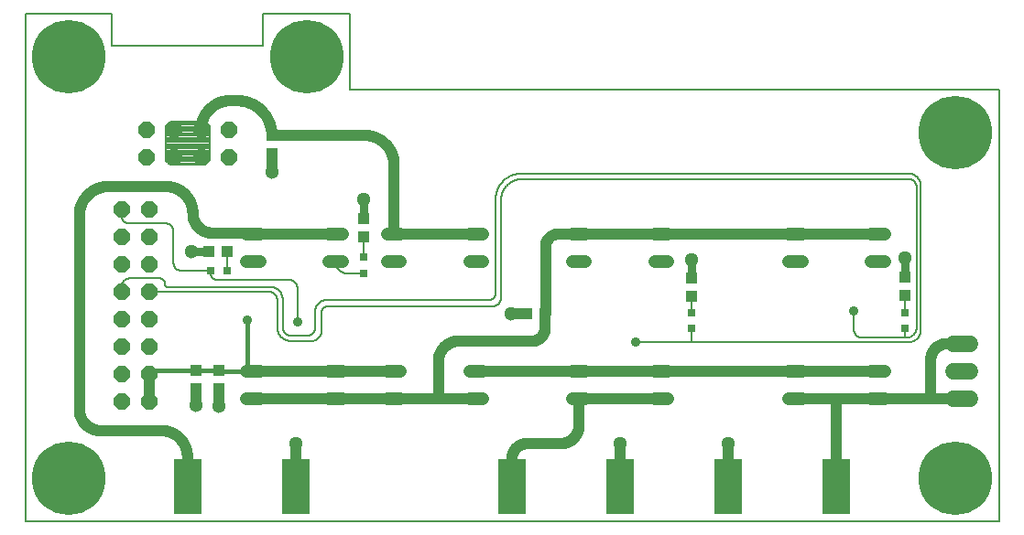
<source format=gtl>
G75*
%MOIN*%
%OFA0B0*%
%FSLAX25Y25*%
%IPPOS*%
%LPD*%
%AMOC8*
5,1,8,0,0,1.08239X$1,22.5*
%
%ADD10C,0.00591*%
%ADD11C,0.04800*%
%ADD12C,0.06000*%
%ADD13R,0.04331X0.03937*%
%ADD14R,0.03937X0.04331*%
%ADD15OC8,0.06000*%
%ADD16R,0.10000X0.20000*%
%ADD17R,0.03150X0.03150*%
%ADD18C,0.05118*%
%ADD19C,0.03937*%
%ADD20C,0.26772*%
%ADD21C,0.03150*%
%ADD22C,0.03543*%
%ADD23C,0.02362*%
%ADD24C,0.01575*%
%ADD25C,0.00787*%
D10*
X0001394Y0001394D02*
X0001394Y0186433D01*
X0032890Y0186433D01*
X0032890Y0174622D01*
X0088008Y0174622D01*
X0088008Y0186433D01*
X0119504Y0186433D01*
X0119504Y0158874D01*
X0355724Y0158874D01*
X0355724Y0001394D01*
X0001394Y0001394D01*
D11*
X0082025Y0046197D02*
X0086825Y0046197D01*
X0086825Y0056197D02*
X0082025Y0056197D01*
X0112025Y0056197D02*
X0116825Y0056197D01*
X0116825Y0046197D02*
X0112025Y0046197D01*
X0133206Y0046197D02*
X0138006Y0046197D01*
X0138006Y0056197D02*
X0133206Y0056197D01*
X0163206Y0056197D02*
X0168006Y0056197D01*
X0168006Y0046197D02*
X0163206Y0046197D01*
X0200529Y0046197D02*
X0205329Y0046197D01*
X0205329Y0056197D02*
X0200529Y0056197D01*
X0230529Y0056197D02*
X0235329Y0056197D01*
X0235329Y0046197D02*
X0230529Y0046197D01*
X0279269Y0046197D02*
X0284069Y0046197D01*
X0284069Y0056197D02*
X0279269Y0056197D01*
X0309269Y0056197D02*
X0314069Y0056197D01*
X0314069Y0046197D02*
X0309269Y0046197D01*
X0309269Y0096197D02*
X0314069Y0096197D01*
X0314069Y0106197D02*
X0309269Y0106197D01*
X0284069Y0106197D02*
X0279269Y0106197D01*
X0279269Y0096197D02*
X0284069Y0096197D01*
X0235329Y0096197D02*
X0230529Y0096197D01*
X0230529Y0106197D02*
X0235329Y0106197D01*
X0205329Y0106197D02*
X0200529Y0106197D01*
X0200529Y0096197D02*
X0205329Y0096197D01*
X0168006Y0096197D02*
X0163206Y0096197D01*
X0163206Y0106197D02*
X0168006Y0106197D01*
X0138006Y0106197D02*
X0133206Y0106197D01*
X0133206Y0096197D02*
X0138006Y0096197D01*
X0116825Y0096197D02*
X0112025Y0096197D01*
X0112025Y0106197D02*
X0116825Y0106197D01*
X0086825Y0106197D02*
X0082025Y0106197D01*
X0082025Y0096197D02*
X0086825Y0096197D01*
D12*
X0339063Y0066276D02*
X0345063Y0066276D01*
X0345063Y0056276D02*
X0339063Y0056276D01*
X0339063Y0046276D02*
X0345063Y0046276D01*
D13*
X0321472Y0083874D03*
X0321472Y0090567D03*
X0243913Y0090173D03*
X0243913Y0083480D03*
X0124622Y0105134D03*
X0124622Y0111827D03*
X0091157Y0135449D03*
X0091157Y0142142D03*
D14*
X0074819Y0099819D03*
X0068126Y0099819D03*
X0071866Y0056315D03*
X0071866Y0049622D03*
X0063598Y0049622D03*
X0063598Y0056315D03*
X0183874Y0076984D03*
X0190567Y0076984D03*
D15*
X0075449Y0134189D03*
X0065449Y0134189D03*
X0055449Y0134189D03*
X0045449Y0134189D03*
X0045449Y0144189D03*
X0055449Y0144189D03*
X0065449Y0144189D03*
X0075449Y0144189D03*
X0046551Y0115134D03*
X0036551Y0115134D03*
X0036551Y0105134D03*
X0046551Y0105134D03*
X0046551Y0095134D03*
X0036551Y0095134D03*
X0036551Y0085134D03*
X0046551Y0085134D03*
X0046551Y0075134D03*
X0036551Y0075134D03*
X0036551Y0065134D03*
X0046551Y0065134D03*
X0046551Y0055134D03*
X0036551Y0055134D03*
X0036551Y0045134D03*
X0046551Y0045134D03*
D16*
X0060449Y0013992D03*
X0099819Y0013992D03*
X0178559Y0013992D03*
X0217929Y0013992D03*
X0257299Y0013992D03*
X0296669Y0013992D03*
D17*
X0321472Y0071669D03*
X0321472Y0077575D03*
X0243913Y0077575D03*
X0243913Y0071669D03*
X0124622Y0091748D03*
X0124622Y0097654D03*
X0074819Y0092732D03*
X0068913Y0092732D03*
D18*
X0062024Y0099819D03*
X0091157Y0128953D03*
X0124622Y0118717D03*
X0178165Y0076984D03*
X0243913Y0096669D03*
X0321472Y0097457D03*
X0257299Y0029740D03*
X0217929Y0029740D03*
X0099819Y0029740D03*
X0071866Y0043520D03*
X0063598Y0043913D03*
D19*
X0063598Y0049622D01*
X0071866Y0049622D02*
X0071866Y0043520D01*
X0084425Y0046197D02*
X0114425Y0046197D01*
X0135606Y0046197D01*
X0150606Y0046197D01*
X0165606Y0046197D01*
X0151787Y0047378D02*
X0151787Y0059661D01*
X0151788Y0059661D02*
X0151790Y0059842D01*
X0151797Y0060022D01*
X0151808Y0060203D01*
X0151823Y0060383D01*
X0151843Y0060563D01*
X0151866Y0060742D01*
X0151895Y0060920D01*
X0151927Y0061098D01*
X0151964Y0061275D01*
X0152005Y0061451D01*
X0152051Y0061626D01*
X0152100Y0061800D01*
X0152154Y0061972D01*
X0152212Y0062144D01*
X0152274Y0062313D01*
X0152340Y0062482D01*
X0152410Y0062648D01*
X0152485Y0062813D01*
X0152563Y0062976D01*
X0152645Y0063137D01*
X0152731Y0063296D01*
X0152820Y0063453D01*
X0152914Y0063608D01*
X0153011Y0063760D01*
X0153112Y0063910D01*
X0153217Y0064058D01*
X0153325Y0064203D01*
X0153436Y0064345D01*
X0153551Y0064484D01*
X0153669Y0064621D01*
X0153791Y0064755D01*
X0153915Y0064886D01*
X0154043Y0065014D01*
X0154174Y0065138D01*
X0154308Y0065260D01*
X0154445Y0065378D01*
X0154584Y0065493D01*
X0154726Y0065604D01*
X0154871Y0065712D01*
X0155019Y0065817D01*
X0155169Y0065918D01*
X0155321Y0066015D01*
X0155476Y0066109D01*
X0155633Y0066198D01*
X0155792Y0066284D01*
X0155953Y0066366D01*
X0156116Y0066444D01*
X0156281Y0066519D01*
X0156447Y0066589D01*
X0156616Y0066655D01*
X0156785Y0066717D01*
X0156957Y0066775D01*
X0157129Y0066829D01*
X0157303Y0066878D01*
X0157478Y0066924D01*
X0157654Y0066965D01*
X0157831Y0067002D01*
X0158009Y0067034D01*
X0158187Y0067063D01*
X0158366Y0067086D01*
X0158546Y0067106D01*
X0158726Y0067121D01*
X0158907Y0067132D01*
X0159087Y0067139D01*
X0159268Y0067141D01*
X0159268Y0067142D02*
X0186039Y0067142D01*
X0186039Y0067141D02*
X0186171Y0067143D01*
X0186302Y0067149D01*
X0186434Y0067158D01*
X0186565Y0067172D01*
X0186695Y0067189D01*
X0186825Y0067210D01*
X0186955Y0067235D01*
X0187083Y0067263D01*
X0187211Y0067295D01*
X0187338Y0067331D01*
X0187463Y0067371D01*
X0187588Y0067414D01*
X0187711Y0067461D01*
X0187832Y0067511D01*
X0187953Y0067565D01*
X0188071Y0067623D01*
X0188188Y0067683D01*
X0188303Y0067748D01*
X0188416Y0067815D01*
X0188527Y0067886D01*
X0188636Y0067960D01*
X0188743Y0068037D01*
X0188847Y0068117D01*
X0188950Y0068200D01*
X0189049Y0068286D01*
X0189146Y0068375D01*
X0189241Y0068467D01*
X0189333Y0068562D01*
X0189422Y0068659D01*
X0189508Y0068758D01*
X0189591Y0068861D01*
X0189671Y0068965D01*
X0189748Y0069072D01*
X0189822Y0069181D01*
X0189893Y0069292D01*
X0189960Y0069405D01*
X0190025Y0069520D01*
X0190085Y0069637D01*
X0190143Y0069755D01*
X0190197Y0069876D01*
X0190247Y0069997D01*
X0190294Y0070120D01*
X0190337Y0070245D01*
X0190377Y0070370D01*
X0190413Y0070497D01*
X0190445Y0070625D01*
X0190473Y0070753D01*
X0190498Y0070883D01*
X0190519Y0071013D01*
X0190536Y0071143D01*
X0190550Y0071274D01*
X0190559Y0071406D01*
X0190565Y0071537D01*
X0190567Y0071669D01*
X0190567Y0076984D01*
X0190593Y0076986D01*
X0190618Y0076991D01*
X0190642Y0076999D01*
X0190666Y0077010D01*
X0190687Y0077025D01*
X0190706Y0077042D01*
X0190723Y0077061D01*
X0190738Y0077083D01*
X0190749Y0077106D01*
X0190757Y0077130D01*
X0190762Y0077155D01*
X0190764Y0077181D01*
X0190764Y0101394D01*
X0190766Y0101529D01*
X0190772Y0101664D01*
X0190781Y0101798D01*
X0190795Y0101932D01*
X0190812Y0102066D01*
X0190833Y0102200D01*
X0190858Y0102332D01*
X0190887Y0102464D01*
X0190919Y0102595D01*
X0190955Y0102725D01*
X0190995Y0102854D01*
X0191039Y0102981D01*
X0191086Y0103108D01*
X0191137Y0103233D01*
X0191191Y0103356D01*
X0191249Y0103478D01*
X0191310Y0103599D01*
X0191375Y0103717D01*
X0191443Y0103833D01*
X0191514Y0103948D01*
X0191588Y0104060D01*
X0191666Y0104171D01*
X0191747Y0104279D01*
X0191831Y0104384D01*
X0191918Y0104488D01*
X0192008Y0104588D01*
X0192100Y0104686D01*
X0192196Y0104782D01*
X0192294Y0104874D01*
X0192394Y0104964D01*
X0192498Y0105051D01*
X0192603Y0105135D01*
X0192711Y0105216D01*
X0192822Y0105294D01*
X0192934Y0105368D01*
X0193049Y0105439D01*
X0193165Y0105507D01*
X0193283Y0105572D01*
X0193404Y0105633D01*
X0193526Y0105691D01*
X0193649Y0105745D01*
X0193774Y0105796D01*
X0193901Y0105843D01*
X0194028Y0105887D01*
X0194157Y0105927D01*
X0194287Y0105963D01*
X0194418Y0105995D01*
X0194550Y0106024D01*
X0194682Y0106049D01*
X0194816Y0106070D01*
X0194950Y0106087D01*
X0195084Y0106101D01*
X0195218Y0106110D01*
X0195353Y0106116D01*
X0195488Y0106118D01*
X0202850Y0106118D01*
X0202865Y0106120D01*
X0202880Y0106124D01*
X0202894Y0106131D01*
X0202906Y0106141D01*
X0202916Y0106153D01*
X0202923Y0106167D01*
X0202927Y0106182D01*
X0202929Y0106197D01*
X0232929Y0106197D01*
X0281669Y0106197D01*
X0311669Y0106197D01*
X0337142Y0066276D02*
X0342063Y0066276D01*
X0337142Y0066275D02*
X0336987Y0066273D01*
X0336832Y0066267D01*
X0336677Y0066258D01*
X0336523Y0066244D01*
X0336369Y0066227D01*
X0336215Y0066206D01*
X0336062Y0066181D01*
X0335910Y0066152D01*
X0335758Y0066119D01*
X0335607Y0066083D01*
X0335457Y0066043D01*
X0335309Y0065999D01*
X0335161Y0065951D01*
X0335015Y0065900D01*
X0334870Y0065845D01*
X0334726Y0065787D01*
X0334584Y0065725D01*
X0334443Y0065659D01*
X0334304Y0065590D01*
X0334167Y0065518D01*
X0334032Y0065442D01*
X0333899Y0065362D01*
X0333767Y0065280D01*
X0333638Y0065194D01*
X0333511Y0065105D01*
X0333386Y0065013D01*
X0333264Y0064918D01*
X0333144Y0064820D01*
X0333026Y0064719D01*
X0332911Y0064615D01*
X0332799Y0064508D01*
X0332689Y0064398D01*
X0332582Y0064286D01*
X0332478Y0064171D01*
X0332377Y0064053D01*
X0332279Y0063933D01*
X0332184Y0063811D01*
X0332092Y0063686D01*
X0332003Y0063559D01*
X0331917Y0063430D01*
X0331835Y0063298D01*
X0331755Y0063165D01*
X0331679Y0063030D01*
X0331607Y0062893D01*
X0331538Y0062754D01*
X0331472Y0062613D01*
X0331410Y0062471D01*
X0331352Y0062327D01*
X0331297Y0062182D01*
X0331246Y0062036D01*
X0331198Y0061888D01*
X0331154Y0061740D01*
X0331114Y0061590D01*
X0331078Y0061439D01*
X0331045Y0061287D01*
X0331016Y0061135D01*
X0330991Y0060982D01*
X0330970Y0060828D01*
X0330953Y0060674D01*
X0330939Y0060520D01*
X0330930Y0060365D01*
X0330924Y0060210D01*
X0330922Y0060055D01*
X0330921Y0060055D02*
X0330921Y0046984D01*
X0330922Y0046984D02*
X0330924Y0046930D01*
X0330929Y0046877D01*
X0330938Y0046824D01*
X0330951Y0046772D01*
X0330967Y0046720D01*
X0330987Y0046670D01*
X0331010Y0046622D01*
X0331037Y0046575D01*
X0331066Y0046530D01*
X0331099Y0046487D01*
X0331134Y0046447D01*
X0331172Y0046409D01*
X0331212Y0046374D01*
X0331255Y0046341D01*
X0331300Y0046312D01*
X0331347Y0046285D01*
X0331395Y0046262D01*
X0331445Y0046242D01*
X0331497Y0046226D01*
X0331549Y0046213D01*
X0331602Y0046204D01*
X0331655Y0046199D01*
X0331709Y0046197D01*
X0341984Y0046197D01*
X0342063Y0046276D01*
X0331709Y0046197D02*
X0311669Y0046197D01*
X0295488Y0046197D01*
X0281669Y0046197D01*
X0281670Y0046197D02*
X0281668Y0046212D01*
X0281664Y0046227D01*
X0281657Y0046241D01*
X0281647Y0046253D01*
X0281635Y0046263D01*
X0281621Y0046270D01*
X0281606Y0046274D01*
X0281591Y0046276D01*
X0295488Y0046197D02*
X0295554Y0046195D01*
X0295620Y0046190D01*
X0295686Y0046180D01*
X0295751Y0046167D01*
X0295815Y0046151D01*
X0295878Y0046131D01*
X0295940Y0046107D01*
X0296000Y0046080D01*
X0296059Y0046050D01*
X0296116Y0046016D01*
X0296171Y0045979D01*
X0296224Y0045939D01*
X0296275Y0045897D01*
X0296323Y0045851D01*
X0296369Y0045803D01*
X0296411Y0045752D01*
X0296451Y0045699D01*
X0296488Y0045644D01*
X0296522Y0045587D01*
X0296552Y0045528D01*
X0296579Y0045468D01*
X0296603Y0045406D01*
X0296623Y0045343D01*
X0296639Y0045279D01*
X0296652Y0045214D01*
X0296662Y0045148D01*
X0296667Y0045082D01*
X0296669Y0045016D01*
X0296669Y0013992D01*
X0257299Y0013992D02*
X0257299Y0029740D01*
X0232929Y0046197D02*
X0202929Y0046197D01*
X0202929Y0046196D02*
X0202939Y0046195D01*
X0202949Y0046191D01*
X0202957Y0046185D01*
X0202963Y0046177D01*
X0202967Y0046167D01*
X0202968Y0046157D01*
X0202969Y0046157D02*
X0202969Y0036433D01*
X0202967Y0036271D01*
X0202961Y0036110D01*
X0202951Y0035948D01*
X0202938Y0035787D01*
X0202920Y0035626D01*
X0202899Y0035466D01*
X0202873Y0035306D01*
X0202844Y0035147D01*
X0202811Y0034989D01*
X0202775Y0034831D01*
X0202734Y0034675D01*
X0202690Y0034519D01*
X0202641Y0034365D01*
X0202590Y0034212D01*
X0202534Y0034060D01*
X0202475Y0033909D01*
X0202412Y0033760D01*
X0202346Y0033613D01*
X0202276Y0033467D01*
X0202202Y0033323D01*
X0202125Y0033180D01*
X0202045Y0033040D01*
X0201961Y0032902D01*
X0201874Y0032765D01*
X0201784Y0032631D01*
X0201691Y0032499D01*
X0201594Y0032369D01*
X0201494Y0032242D01*
X0201392Y0032117D01*
X0201286Y0031995D01*
X0201177Y0031875D01*
X0201066Y0031758D01*
X0200951Y0031643D01*
X0200834Y0031532D01*
X0200714Y0031423D01*
X0200592Y0031317D01*
X0200467Y0031215D01*
X0200340Y0031115D01*
X0200210Y0031018D01*
X0200078Y0030925D01*
X0199944Y0030835D01*
X0199807Y0030748D01*
X0199669Y0030664D01*
X0199529Y0030584D01*
X0199386Y0030507D01*
X0199242Y0030433D01*
X0199096Y0030363D01*
X0198949Y0030297D01*
X0198800Y0030234D01*
X0198649Y0030175D01*
X0198497Y0030119D01*
X0198344Y0030068D01*
X0198190Y0030019D01*
X0198034Y0029975D01*
X0197878Y0029934D01*
X0197720Y0029898D01*
X0197562Y0029865D01*
X0197403Y0029836D01*
X0197243Y0029810D01*
X0197083Y0029789D01*
X0196922Y0029771D01*
X0196761Y0029758D01*
X0196599Y0029748D01*
X0196438Y0029742D01*
X0196276Y0029740D01*
X0184071Y0029740D01*
X0183924Y0029738D01*
X0183778Y0029732D01*
X0183631Y0029722D01*
X0183485Y0029709D01*
X0183339Y0029691D01*
X0183194Y0029670D01*
X0183050Y0029645D01*
X0182906Y0029615D01*
X0182763Y0029583D01*
X0182621Y0029546D01*
X0182480Y0029505D01*
X0182340Y0029461D01*
X0182201Y0029413D01*
X0182064Y0029362D01*
X0181928Y0029306D01*
X0181793Y0029247D01*
X0181661Y0029185D01*
X0181529Y0029119D01*
X0181400Y0029050D01*
X0181273Y0028977D01*
X0181147Y0028901D01*
X0181024Y0028821D01*
X0180903Y0028738D01*
X0180784Y0028653D01*
X0180667Y0028563D01*
X0180553Y0028471D01*
X0180441Y0028376D01*
X0180332Y0028278D01*
X0180226Y0028177D01*
X0180122Y0028073D01*
X0180021Y0027967D01*
X0179923Y0027858D01*
X0179828Y0027746D01*
X0179736Y0027632D01*
X0179646Y0027515D01*
X0179561Y0027396D01*
X0179478Y0027275D01*
X0179398Y0027152D01*
X0179322Y0027026D01*
X0179249Y0026899D01*
X0179180Y0026770D01*
X0179114Y0026638D01*
X0179052Y0026506D01*
X0178993Y0026371D01*
X0178937Y0026235D01*
X0178886Y0026098D01*
X0178838Y0025959D01*
X0178794Y0025819D01*
X0178753Y0025678D01*
X0178716Y0025536D01*
X0178684Y0025393D01*
X0178654Y0025249D01*
X0178629Y0025105D01*
X0178608Y0024960D01*
X0178590Y0024814D01*
X0178577Y0024668D01*
X0178567Y0024521D01*
X0178561Y0024375D01*
X0178559Y0024228D01*
X0178559Y0013992D01*
X0217929Y0013992D02*
X0217929Y0029740D01*
X0202929Y0046197D02*
X0202927Y0046212D01*
X0202923Y0046227D01*
X0202916Y0046241D01*
X0202906Y0046253D01*
X0202894Y0046263D01*
X0202880Y0046270D01*
X0202865Y0046274D01*
X0202850Y0046276D01*
X0202929Y0056197D02*
X0165606Y0056197D01*
X0151787Y0047378D02*
X0151785Y0047312D01*
X0151780Y0047246D01*
X0151770Y0047180D01*
X0151757Y0047115D01*
X0151741Y0047051D01*
X0151721Y0046988D01*
X0151697Y0046926D01*
X0151670Y0046866D01*
X0151640Y0046807D01*
X0151606Y0046750D01*
X0151569Y0046695D01*
X0151529Y0046642D01*
X0151487Y0046591D01*
X0151441Y0046543D01*
X0151393Y0046497D01*
X0151342Y0046455D01*
X0151289Y0046415D01*
X0151234Y0046378D01*
X0151177Y0046344D01*
X0151118Y0046314D01*
X0151058Y0046287D01*
X0150996Y0046263D01*
X0150933Y0046243D01*
X0150869Y0046227D01*
X0150804Y0046214D01*
X0150738Y0046204D01*
X0150672Y0046199D01*
X0150606Y0046197D01*
X0135606Y0056197D02*
X0114425Y0056197D01*
X0084425Y0056197D01*
X0046551Y0055134D02*
X0046551Y0045134D01*
X0028953Y0034465D02*
X0028763Y0034467D01*
X0028573Y0034474D01*
X0028383Y0034486D01*
X0028193Y0034502D01*
X0028004Y0034522D01*
X0027815Y0034548D01*
X0027627Y0034577D01*
X0027440Y0034612D01*
X0027254Y0034651D01*
X0027069Y0034694D01*
X0026884Y0034742D01*
X0026701Y0034794D01*
X0026520Y0034850D01*
X0026340Y0034911D01*
X0026161Y0034977D01*
X0025984Y0035046D01*
X0025808Y0035120D01*
X0025635Y0035198D01*
X0025463Y0035281D01*
X0025294Y0035367D01*
X0025126Y0035457D01*
X0024961Y0035552D01*
X0024798Y0035650D01*
X0024638Y0035753D01*
X0024480Y0035859D01*
X0024325Y0035969D01*
X0024172Y0036082D01*
X0024022Y0036200D01*
X0023876Y0036321D01*
X0023732Y0036445D01*
X0023591Y0036573D01*
X0023453Y0036704D01*
X0023318Y0036839D01*
X0023187Y0036977D01*
X0023059Y0037118D01*
X0022935Y0037262D01*
X0022814Y0037408D01*
X0022696Y0037558D01*
X0022583Y0037711D01*
X0022473Y0037866D01*
X0022367Y0038024D01*
X0022264Y0038184D01*
X0022166Y0038347D01*
X0022071Y0038512D01*
X0021981Y0038680D01*
X0021895Y0038849D01*
X0021812Y0039021D01*
X0021734Y0039194D01*
X0021660Y0039370D01*
X0021591Y0039547D01*
X0021525Y0039726D01*
X0021464Y0039906D01*
X0021408Y0040087D01*
X0021356Y0040270D01*
X0021308Y0040455D01*
X0021265Y0040640D01*
X0021226Y0040826D01*
X0021191Y0041013D01*
X0021162Y0041201D01*
X0021136Y0041390D01*
X0021116Y0041579D01*
X0021100Y0041769D01*
X0021088Y0041959D01*
X0021081Y0042149D01*
X0021079Y0042339D01*
X0021079Y0112811D01*
X0021082Y0113068D01*
X0021091Y0113325D01*
X0021107Y0113581D01*
X0021129Y0113837D01*
X0021157Y0114092D01*
X0021191Y0114347D01*
X0021231Y0114601D01*
X0021277Y0114853D01*
X0021329Y0115105D01*
X0021388Y0115355D01*
X0021452Y0115604D01*
X0021523Y0115851D01*
X0021599Y0116096D01*
X0021682Y0116339D01*
X0021770Y0116580D01*
X0021864Y0116820D01*
X0021963Y0117056D01*
X0022069Y0117290D01*
X0022180Y0117522D01*
X0022297Y0117751D01*
X0022419Y0117977D01*
X0022546Y0118200D01*
X0022679Y0118420D01*
X0022817Y0118636D01*
X0022961Y0118850D01*
X0023109Y0119059D01*
X0023263Y0119265D01*
X0023421Y0119467D01*
X0023584Y0119666D01*
X0023752Y0119860D01*
X0023925Y0120050D01*
X0024102Y0120236D01*
X0024284Y0120418D01*
X0024470Y0120595D01*
X0024660Y0120768D01*
X0024854Y0120936D01*
X0025053Y0121099D01*
X0025255Y0121257D01*
X0025461Y0121411D01*
X0025670Y0121559D01*
X0025884Y0121703D01*
X0026100Y0121841D01*
X0026320Y0121974D01*
X0026543Y0122101D01*
X0026769Y0122223D01*
X0026998Y0122340D01*
X0027230Y0122451D01*
X0027464Y0122557D01*
X0027700Y0122656D01*
X0027940Y0122750D01*
X0028181Y0122838D01*
X0028424Y0122921D01*
X0028669Y0122997D01*
X0028916Y0123068D01*
X0029165Y0123132D01*
X0029415Y0123191D01*
X0029667Y0123243D01*
X0029919Y0123289D01*
X0030173Y0123329D01*
X0030428Y0123363D01*
X0030683Y0123391D01*
X0030939Y0123413D01*
X0031195Y0123429D01*
X0031452Y0123438D01*
X0031709Y0123441D01*
X0052575Y0123441D01*
X0052813Y0123438D01*
X0053051Y0123430D01*
X0053288Y0123415D01*
X0053525Y0123395D01*
X0053761Y0123369D01*
X0053997Y0123338D01*
X0054232Y0123301D01*
X0054466Y0123258D01*
X0054699Y0123209D01*
X0054931Y0123155D01*
X0055161Y0123095D01*
X0055390Y0123030D01*
X0055617Y0122959D01*
X0055842Y0122883D01*
X0056065Y0122801D01*
X0056287Y0122714D01*
X0056506Y0122622D01*
X0056723Y0122524D01*
X0056937Y0122422D01*
X0057149Y0122314D01*
X0057359Y0122200D01*
X0057565Y0122082D01*
X0057769Y0121959D01*
X0057969Y0121831D01*
X0058166Y0121699D01*
X0058361Y0121561D01*
X0058551Y0121419D01*
X0058739Y0121272D01*
X0058922Y0121121D01*
X0059102Y0120966D01*
X0059278Y0120806D01*
X0059450Y0120642D01*
X0059619Y0120473D01*
X0059783Y0120301D01*
X0059943Y0120125D01*
X0060098Y0119945D01*
X0060249Y0119762D01*
X0060396Y0119574D01*
X0060538Y0119384D01*
X0060676Y0119189D01*
X0060808Y0118992D01*
X0060936Y0118792D01*
X0061059Y0118588D01*
X0061177Y0118382D01*
X0061291Y0118172D01*
X0061399Y0117960D01*
X0061501Y0117746D01*
X0061599Y0117529D01*
X0061691Y0117310D01*
X0061778Y0117088D01*
X0061860Y0116865D01*
X0061936Y0116640D01*
X0062007Y0116413D01*
X0062072Y0116184D01*
X0062132Y0115954D01*
X0062186Y0115722D01*
X0062235Y0115489D01*
X0062278Y0115255D01*
X0062315Y0115020D01*
X0062346Y0114784D01*
X0062372Y0114548D01*
X0062392Y0114311D01*
X0062407Y0114074D01*
X0062415Y0113836D01*
X0062418Y0113598D01*
X0062417Y0113598D02*
X0062419Y0113427D01*
X0062425Y0113256D01*
X0062436Y0113085D01*
X0062450Y0112914D01*
X0062469Y0112744D01*
X0062491Y0112574D01*
X0062518Y0112405D01*
X0062549Y0112236D01*
X0062584Y0112069D01*
X0062623Y0111902D01*
X0062666Y0111736D01*
X0062713Y0111572D01*
X0062764Y0111408D01*
X0062819Y0111246D01*
X0062878Y0111085D01*
X0062940Y0110926D01*
X0063007Y0110768D01*
X0063077Y0110612D01*
X0063151Y0110457D01*
X0063229Y0110305D01*
X0063310Y0110154D01*
X0063395Y0110005D01*
X0063484Y0109859D01*
X0063576Y0109714D01*
X0063672Y0109572D01*
X0063770Y0109432D01*
X0063873Y0109295D01*
X0063978Y0109160D01*
X0064087Y0109028D01*
X0064199Y0108898D01*
X0064314Y0108772D01*
X0064433Y0108648D01*
X0064554Y0108527D01*
X0064678Y0108408D01*
X0064804Y0108293D01*
X0064934Y0108181D01*
X0065066Y0108072D01*
X0065201Y0107967D01*
X0065338Y0107864D01*
X0065478Y0107766D01*
X0065620Y0107670D01*
X0065765Y0107578D01*
X0065911Y0107489D01*
X0066060Y0107404D01*
X0066211Y0107323D01*
X0066363Y0107245D01*
X0066518Y0107171D01*
X0066674Y0107101D01*
X0066832Y0107034D01*
X0066991Y0106972D01*
X0067152Y0106913D01*
X0067314Y0106858D01*
X0067478Y0106807D01*
X0067642Y0106760D01*
X0067808Y0106717D01*
X0067975Y0106678D01*
X0068142Y0106643D01*
X0068311Y0106612D01*
X0068480Y0106585D01*
X0068650Y0106563D01*
X0068820Y0106544D01*
X0068991Y0106530D01*
X0069162Y0106519D01*
X0069333Y0106513D01*
X0069504Y0106511D01*
X0069504Y0106512D02*
X0084110Y0106512D01*
X0084143Y0106510D01*
X0084175Y0106505D01*
X0084207Y0106497D01*
X0084238Y0106485D01*
X0084268Y0106470D01*
X0084295Y0106452D01*
X0084321Y0106431D01*
X0084344Y0106408D01*
X0084365Y0106382D01*
X0084383Y0106355D01*
X0084398Y0106325D01*
X0084410Y0106294D01*
X0084418Y0106262D01*
X0084423Y0106230D01*
X0084425Y0106197D01*
X0114425Y0106197D01*
X0135606Y0106197D02*
X0165606Y0106197D01*
X0135646Y0106236D02*
X0135646Y0131315D01*
X0135643Y0131577D01*
X0135633Y0131838D01*
X0135618Y0132099D01*
X0135595Y0132360D01*
X0135567Y0132620D01*
X0135532Y0132879D01*
X0135491Y0133138D01*
X0135444Y0133395D01*
X0135391Y0133651D01*
X0135331Y0133906D01*
X0135266Y0134159D01*
X0135194Y0134411D01*
X0135116Y0134661D01*
X0135032Y0134909D01*
X0134942Y0135154D01*
X0134847Y0135398D01*
X0134745Y0135639D01*
X0134638Y0135878D01*
X0134525Y0136113D01*
X0134406Y0136347D01*
X0134281Y0136577D01*
X0134152Y0136804D01*
X0134016Y0137028D01*
X0133875Y0137248D01*
X0133729Y0137465D01*
X0133578Y0137679D01*
X0133422Y0137889D01*
X0133261Y0138095D01*
X0133094Y0138297D01*
X0132923Y0138495D01*
X0132747Y0138688D01*
X0132567Y0138878D01*
X0132382Y0139063D01*
X0132192Y0139243D01*
X0131999Y0139419D01*
X0131801Y0139590D01*
X0131599Y0139757D01*
X0131393Y0139918D01*
X0131183Y0140074D01*
X0130969Y0140225D01*
X0130752Y0140371D01*
X0130532Y0140512D01*
X0130308Y0140648D01*
X0130081Y0140777D01*
X0129851Y0140902D01*
X0129617Y0141021D01*
X0129382Y0141134D01*
X0129143Y0141241D01*
X0128902Y0141343D01*
X0128658Y0141438D01*
X0128413Y0141528D01*
X0128165Y0141612D01*
X0127915Y0141690D01*
X0127663Y0141762D01*
X0127410Y0141827D01*
X0127155Y0141887D01*
X0126899Y0141940D01*
X0126642Y0141987D01*
X0126383Y0142028D01*
X0126124Y0142063D01*
X0125864Y0142091D01*
X0125603Y0142114D01*
X0125342Y0142129D01*
X0125081Y0142139D01*
X0124819Y0142142D01*
X0091157Y0142142D01*
X0091157Y0135449D02*
X0091157Y0128953D01*
X0091157Y0142142D02*
X0091153Y0142446D01*
X0091142Y0142751D01*
X0091124Y0143055D01*
X0091098Y0143358D01*
X0091065Y0143661D01*
X0091025Y0143962D01*
X0090977Y0144263D01*
X0090922Y0144562D01*
X0090860Y0144860D01*
X0090791Y0145157D01*
X0090715Y0145452D01*
X0090631Y0145744D01*
X0090540Y0146035D01*
X0090443Y0146323D01*
X0090338Y0146609D01*
X0090227Y0146893D01*
X0090109Y0147173D01*
X0089984Y0147451D01*
X0089852Y0147725D01*
X0089714Y0147997D01*
X0089569Y0148264D01*
X0089418Y0148529D01*
X0089261Y0148789D01*
X0089097Y0149046D01*
X0088927Y0149298D01*
X0088751Y0149547D01*
X0088569Y0149791D01*
X0088381Y0150031D01*
X0088188Y0150266D01*
X0087989Y0150496D01*
X0087784Y0150721D01*
X0087574Y0150942D01*
X0087359Y0151157D01*
X0087138Y0151367D01*
X0086913Y0151572D01*
X0086683Y0151771D01*
X0086448Y0151964D01*
X0086208Y0152152D01*
X0085964Y0152334D01*
X0085715Y0152510D01*
X0085463Y0152680D01*
X0085206Y0152844D01*
X0084946Y0153001D01*
X0084681Y0153152D01*
X0084414Y0153297D01*
X0084142Y0153435D01*
X0083868Y0153567D01*
X0083590Y0153692D01*
X0083310Y0153810D01*
X0083026Y0153921D01*
X0082740Y0154026D01*
X0082452Y0154123D01*
X0082161Y0154214D01*
X0081869Y0154298D01*
X0081574Y0154374D01*
X0081277Y0154443D01*
X0080979Y0154505D01*
X0080680Y0154560D01*
X0080379Y0154608D01*
X0080078Y0154648D01*
X0079775Y0154681D01*
X0079472Y0154707D01*
X0079168Y0154725D01*
X0078863Y0154736D01*
X0078559Y0154740D01*
X0076000Y0154740D01*
X0075745Y0154737D01*
X0075490Y0154728D01*
X0075236Y0154712D01*
X0074982Y0154691D01*
X0074728Y0154663D01*
X0074475Y0154629D01*
X0074224Y0154589D01*
X0073973Y0154543D01*
X0073723Y0154491D01*
X0073475Y0154433D01*
X0073228Y0154369D01*
X0072983Y0154299D01*
X0072740Y0154224D01*
X0072498Y0154142D01*
X0072259Y0154054D01*
X0072021Y0153961D01*
X0071786Y0153862D01*
X0071554Y0153757D01*
X0071324Y0153647D01*
X0071097Y0153531D01*
X0070872Y0153410D01*
X0070651Y0153284D01*
X0070433Y0153152D01*
X0070218Y0153015D01*
X0070006Y0152872D01*
X0069798Y0152725D01*
X0069594Y0152573D01*
X0069393Y0152415D01*
X0069196Y0152253D01*
X0069003Y0152087D01*
X0068815Y0151915D01*
X0068630Y0151739D01*
X0068450Y0151559D01*
X0068274Y0151374D01*
X0068102Y0151186D01*
X0067936Y0150993D01*
X0067774Y0150796D01*
X0067616Y0150595D01*
X0067464Y0150391D01*
X0067317Y0150183D01*
X0067174Y0149971D01*
X0067037Y0149756D01*
X0066905Y0149538D01*
X0066779Y0149317D01*
X0066658Y0149092D01*
X0066542Y0148865D01*
X0066432Y0148635D01*
X0066327Y0148403D01*
X0066228Y0148168D01*
X0066135Y0147930D01*
X0066047Y0147691D01*
X0065965Y0147449D01*
X0065890Y0147206D01*
X0065820Y0146961D01*
X0065756Y0146714D01*
X0065698Y0146466D01*
X0065646Y0146216D01*
X0065600Y0145965D01*
X0065560Y0145714D01*
X0065526Y0145461D01*
X0065498Y0145207D01*
X0065477Y0144953D01*
X0065461Y0144699D01*
X0065452Y0144444D01*
X0065449Y0144189D01*
X0084110Y0106512D02*
X0084143Y0106510D01*
X0084175Y0106505D01*
X0084207Y0106497D01*
X0084238Y0106485D01*
X0084268Y0106470D01*
X0084295Y0106452D01*
X0084321Y0106431D01*
X0084344Y0106408D01*
X0084365Y0106382D01*
X0084383Y0106355D01*
X0084398Y0106325D01*
X0084410Y0106294D01*
X0084418Y0106262D01*
X0084423Y0106230D01*
X0084425Y0106197D01*
X0135606Y0106197D02*
X0135616Y0106198D01*
X0135626Y0106202D01*
X0135634Y0106208D01*
X0135640Y0106217D01*
X0135644Y0106226D01*
X0135645Y0106236D01*
X0135644Y0106226D01*
X0135640Y0106217D01*
X0135634Y0106208D01*
X0135626Y0106202D01*
X0135616Y0106198D01*
X0135606Y0106197D01*
X0178165Y0076984D02*
X0183874Y0076984D01*
X0202929Y0056197D02*
X0232929Y0056197D01*
X0281669Y0056197D01*
X0311669Y0056197D01*
X0099819Y0029740D02*
X0099819Y0013992D01*
X0060449Y0013992D02*
X0060449Y0025016D01*
X0060446Y0025244D01*
X0060438Y0025473D01*
X0060424Y0025700D01*
X0060405Y0025928D01*
X0060380Y0026155D01*
X0060350Y0026381D01*
X0060314Y0026607D01*
X0060273Y0026831D01*
X0060226Y0027055D01*
X0060174Y0027277D01*
X0060117Y0027498D01*
X0060054Y0027718D01*
X0059987Y0027936D01*
X0059913Y0028152D01*
X0059835Y0028367D01*
X0059751Y0028579D01*
X0059663Y0028790D01*
X0059569Y0028998D01*
X0059470Y0029204D01*
X0059367Y0029407D01*
X0059258Y0029608D01*
X0059145Y0029806D01*
X0059027Y0030002D01*
X0058904Y0030194D01*
X0058776Y0030384D01*
X0058644Y0030570D01*
X0058508Y0030753D01*
X0058367Y0030933D01*
X0058222Y0031109D01*
X0058073Y0031282D01*
X0057919Y0031451D01*
X0057762Y0031616D01*
X0057600Y0031778D01*
X0057435Y0031935D01*
X0057266Y0032089D01*
X0057093Y0032238D01*
X0056917Y0032383D01*
X0056737Y0032524D01*
X0056554Y0032660D01*
X0056368Y0032792D01*
X0056178Y0032920D01*
X0055986Y0033043D01*
X0055790Y0033161D01*
X0055592Y0033274D01*
X0055391Y0033383D01*
X0055188Y0033486D01*
X0054982Y0033585D01*
X0054774Y0033679D01*
X0054563Y0033767D01*
X0054351Y0033851D01*
X0054136Y0033929D01*
X0053920Y0034003D01*
X0053702Y0034070D01*
X0053482Y0034133D01*
X0053261Y0034190D01*
X0053039Y0034242D01*
X0052815Y0034289D01*
X0052591Y0034330D01*
X0052365Y0034366D01*
X0052139Y0034396D01*
X0051912Y0034421D01*
X0051684Y0034440D01*
X0051457Y0034454D01*
X0051228Y0034462D01*
X0051000Y0034465D01*
X0028953Y0034465D01*
D20*
X0017142Y0017142D03*
X0017142Y0170685D03*
X0103756Y0170685D03*
X0339976Y0143126D03*
X0339976Y0017142D03*
D21*
X0321472Y0090567D02*
X0321472Y0097457D01*
X0243913Y0096669D02*
X0243913Y0090173D01*
X0124622Y0111827D02*
X0124622Y0118717D01*
X0068126Y0099819D02*
X0062024Y0099819D01*
D22*
X0082102Y0074622D03*
X0100606Y0074228D03*
X0223441Y0066748D03*
X0302969Y0078165D03*
D23*
X0071984Y0056197D02*
X0071964Y0056199D01*
X0071944Y0056204D01*
X0071925Y0056213D01*
X0071908Y0056225D01*
X0071894Y0056239D01*
X0071882Y0056256D01*
X0071873Y0056275D01*
X0071868Y0056295D01*
X0071866Y0056315D01*
D24*
X0063598Y0056315D01*
X0047732Y0056315D01*
X0047666Y0056313D01*
X0047600Y0056308D01*
X0047534Y0056298D01*
X0047469Y0056285D01*
X0047405Y0056269D01*
X0047342Y0056249D01*
X0047280Y0056225D01*
X0047220Y0056198D01*
X0047161Y0056168D01*
X0047104Y0056134D01*
X0047049Y0056097D01*
X0046996Y0056057D01*
X0046945Y0056015D01*
X0046897Y0055969D01*
X0046851Y0055921D01*
X0046809Y0055870D01*
X0046769Y0055817D01*
X0046732Y0055762D01*
X0046698Y0055705D01*
X0046668Y0055646D01*
X0046641Y0055586D01*
X0046617Y0055524D01*
X0046597Y0055461D01*
X0046581Y0055397D01*
X0046568Y0055332D01*
X0046558Y0055266D01*
X0046553Y0055200D01*
X0046551Y0055134D01*
X0071984Y0056197D02*
X0084425Y0056197D01*
X0084331Y0056199D01*
X0084238Y0056205D01*
X0084145Y0056214D01*
X0084052Y0056227D01*
X0083960Y0056244D01*
X0083869Y0056265D01*
X0083779Y0056289D01*
X0083689Y0056317D01*
X0083601Y0056348D01*
X0083514Y0056383D01*
X0083429Y0056421D01*
X0083345Y0056463D01*
X0083263Y0056508D01*
X0083183Y0056557D01*
X0083105Y0056608D01*
X0083029Y0056663D01*
X0082956Y0056721D01*
X0082885Y0056781D01*
X0082816Y0056845D01*
X0082750Y0056911D01*
X0082686Y0056980D01*
X0082626Y0057051D01*
X0082568Y0057124D01*
X0082513Y0057200D01*
X0082462Y0057278D01*
X0082413Y0057359D01*
X0082368Y0057440D01*
X0082326Y0057524D01*
X0082288Y0057609D01*
X0082253Y0057696D01*
X0082222Y0057784D01*
X0082194Y0057874D01*
X0082170Y0057964D01*
X0082149Y0058055D01*
X0082132Y0058147D01*
X0082119Y0058240D01*
X0082110Y0058333D01*
X0082104Y0058426D01*
X0082102Y0058520D01*
X0082102Y0074622D01*
D25*
X0090094Y0085133D02*
X0090202Y0085131D01*
X0090310Y0085125D01*
X0090418Y0085116D01*
X0090525Y0085102D01*
X0090632Y0085085D01*
X0090738Y0085064D01*
X0090844Y0085039D01*
X0090948Y0085010D01*
X0091051Y0084978D01*
X0091153Y0084942D01*
X0091254Y0084902D01*
X0091353Y0084859D01*
X0091451Y0084812D01*
X0091547Y0084762D01*
X0091641Y0084709D01*
X0091733Y0084652D01*
X0091823Y0084592D01*
X0091910Y0084528D01*
X0091996Y0084462D01*
X0092079Y0084393D01*
X0092159Y0084320D01*
X0092237Y0084245D01*
X0092312Y0084167D01*
X0092385Y0084087D01*
X0092454Y0084004D01*
X0092520Y0083918D01*
X0092584Y0083831D01*
X0092644Y0083741D01*
X0092701Y0083649D01*
X0092754Y0083555D01*
X0092804Y0083459D01*
X0092851Y0083361D01*
X0092894Y0083262D01*
X0092934Y0083161D01*
X0092970Y0083059D01*
X0093002Y0082956D01*
X0093031Y0082852D01*
X0093056Y0082746D01*
X0093077Y0082640D01*
X0093094Y0082533D01*
X0093108Y0082426D01*
X0093117Y0082318D01*
X0093123Y0082210D01*
X0093125Y0082102D01*
X0093126Y0082102D02*
X0093126Y0072260D01*
X0095094Y0072260D02*
X0095094Y0082496D01*
X0095095Y0082496D02*
X0095093Y0082627D01*
X0095087Y0082757D01*
X0095077Y0082888D01*
X0095063Y0083018D01*
X0095046Y0083148D01*
X0095024Y0083277D01*
X0094999Y0083405D01*
X0094969Y0083532D01*
X0094936Y0083659D01*
X0094899Y0083784D01*
X0094858Y0083909D01*
X0094814Y0084032D01*
X0094765Y0084153D01*
X0094713Y0084273D01*
X0094658Y0084392D01*
X0094599Y0084509D01*
X0094536Y0084624D01*
X0094470Y0084737D01*
X0094401Y0084848D01*
X0094328Y0084956D01*
X0094252Y0085063D01*
X0094173Y0085167D01*
X0094091Y0085269D01*
X0094006Y0085368D01*
X0093918Y0085465D01*
X0093826Y0085558D01*
X0093733Y0085650D01*
X0093636Y0085738D01*
X0093537Y0085823D01*
X0093435Y0085905D01*
X0093331Y0085984D01*
X0093224Y0086060D01*
X0093116Y0086133D01*
X0093005Y0086202D01*
X0092892Y0086268D01*
X0092777Y0086331D01*
X0092660Y0086390D01*
X0092541Y0086445D01*
X0092421Y0086497D01*
X0092300Y0086546D01*
X0092177Y0086590D01*
X0092052Y0086631D01*
X0091927Y0086668D01*
X0091800Y0086701D01*
X0091673Y0086731D01*
X0091545Y0086756D01*
X0091416Y0086778D01*
X0091286Y0086795D01*
X0091156Y0086809D01*
X0091025Y0086819D01*
X0090895Y0086825D01*
X0090764Y0086827D01*
X0053362Y0086827D01*
X0053296Y0086829D01*
X0053230Y0086834D01*
X0053164Y0086844D01*
X0053099Y0086857D01*
X0053035Y0086873D01*
X0052972Y0086893D01*
X0052910Y0086917D01*
X0052850Y0086944D01*
X0052791Y0086974D01*
X0052734Y0087008D01*
X0052679Y0087045D01*
X0052626Y0087085D01*
X0052575Y0087127D01*
X0052527Y0087173D01*
X0052481Y0087221D01*
X0052439Y0087272D01*
X0052399Y0087325D01*
X0052362Y0087380D01*
X0052328Y0087437D01*
X0052298Y0087496D01*
X0052271Y0087556D01*
X0052247Y0087618D01*
X0052227Y0087681D01*
X0052211Y0087745D01*
X0052198Y0087810D01*
X0052188Y0087876D01*
X0052183Y0087942D01*
X0052181Y0088008D01*
X0052181Y0088402D01*
X0052179Y0088479D01*
X0052173Y0088556D01*
X0052164Y0088633D01*
X0052151Y0088709D01*
X0052134Y0088785D01*
X0052113Y0088859D01*
X0052089Y0088933D01*
X0052061Y0089005D01*
X0052030Y0089075D01*
X0051995Y0089144D01*
X0051957Y0089212D01*
X0051916Y0089277D01*
X0051871Y0089340D01*
X0051823Y0089401D01*
X0051773Y0089460D01*
X0051720Y0089516D01*
X0051664Y0089569D01*
X0051605Y0089619D01*
X0051544Y0089667D01*
X0051481Y0089712D01*
X0051416Y0089753D01*
X0051348Y0089791D01*
X0051279Y0089826D01*
X0051209Y0089857D01*
X0051137Y0089885D01*
X0051063Y0089909D01*
X0050989Y0089930D01*
X0050913Y0089947D01*
X0050837Y0089960D01*
X0050760Y0089969D01*
X0050683Y0089975D01*
X0050606Y0089977D01*
X0050606Y0089976D02*
X0039189Y0089976D01*
X0039189Y0089977D02*
X0039088Y0089975D01*
X0038987Y0089969D01*
X0038886Y0089960D01*
X0038786Y0089946D01*
X0038687Y0089929D01*
X0038588Y0089908D01*
X0038490Y0089883D01*
X0038393Y0089854D01*
X0038297Y0089822D01*
X0038203Y0089786D01*
X0038110Y0089746D01*
X0038018Y0089703D01*
X0037929Y0089657D01*
X0037841Y0089607D01*
X0037755Y0089553D01*
X0037671Y0089497D01*
X0037590Y0089437D01*
X0037511Y0089374D01*
X0037434Y0089308D01*
X0037360Y0089240D01*
X0037288Y0089168D01*
X0037220Y0089094D01*
X0037154Y0089017D01*
X0037091Y0088938D01*
X0037031Y0088857D01*
X0036975Y0088773D01*
X0036921Y0088687D01*
X0036871Y0088599D01*
X0036825Y0088510D01*
X0036782Y0088418D01*
X0036742Y0088325D01*
X0036706Y0088231D01*
X0036674Y0088135D01*
X0036645Y0088038D01*
X0036620Y0087940D01*
X0036599Y0087841D01*
X0036582Y0087742D01*
X0036568Y0087642D01*
X0036559Y0087541D01*
X0036553Y0087440D01*
X0036551Y0087339D01*
X0036551Y0085134D01*
X0046551Y0085134D02*
X0090094Y0085134D01*
X0097063Y0089582D02*
X0097179Y0089580D01*
X0097295Y0089574D01*
X0097410Y0089565D01*
X0097525Y0089552D01*
X0097640Y0089535D01*
X0097754Y0089514D01*
X0097868Y0089489D01*
X0097980Y0089461D01*
X0098091Y0089429D01*
X0098202Y0089394D01*
X0098311Y0089355D01*
X0098419Y0089312D01*
X0098525Y0089266D01*
X0098630Y0089217D01*
X0098733Y0089164D01*
X0098835Y0089107D01*
X0098934Y0089048D01*
X0099031Y0088985D01*
X0099127Y0088919D01*
X0099220Y0088850D01*
X0099311Y0088778D01*
X0099399Y0088703D01*
X0099485Y0088625D01*
X0099568Y0088544D01*
X0099649Y0088461D01*
X0099727Y0088375D01*
X0099802Y0088287D01*
X0099874Y0088196D01*
X0099943Y0088103D01*
X0100009Y0088007D01*
X0100072Y0087910D01*
X0100131Y0087811D01*
X0100188Y0087709D01*
X0100241Y0087606D01*
X0100290Y0087501D01*
X0100336Y0087395D01*
X0100379Y0087287D01*
X0100418Y0087178D01*
X0100453Y0087067D01*
X0100485Y0086956D01*
X0100513Y0086844D01*
X0100538Y0086730D01*
X0100559Y0086616D01*
X0100576Y0086501D01*
X0100589Y0086386D01*
X0100598Y0086271D01*
X0100604Y0086155D01*
X0100606Y0086039D01*
X0100606Y0074228D01*
X0098244Y0067142D02*
X0098103Y0067144D01*
X0097962Y0067150D01*
X0097821Y0067159D01*
X0097681Y0067173D01*
X0097541Y0067191D01*
X0097402Y0067212D01*
X0097263Y0067237D01*
X0097125Y0067266D01*
X0096988Y0067299D01*
X0096851Y0067335D01*
X0096716Y0067375D01*
X0096582Y0067419D01*
X0096449Y0067467D01*
X0096318Y0067518D01*
X0096188Y0067573D01*
X0096060Y0067632D01*
X0095933Y0067693D01*
X0095808Y0067759D01*
X0095685Y0067828D01*
X0095564Y0067900D01*
X0095445Y0067975D01*
X0095328Y0068054D01*
X0095213Y0068136D01*
X0095100Y0068221D01*
X0094990Y0068309D01*
X0094883Y0068400D01*
X0094778Y0068495D01*
X0094675Y0068592D01*
X0094576Y0068691D01*
X0094479Y0068794D01*
X0094384Y0068899D01*
X0094293Y0069006D01*
X0094205Y0069116D01*
X0094120Y0069229D01*
X0094038Y0069344D01*
X0093959Y0069461D01*
X0093884Y0069580D01*
X0093812Y0069701D01*
X0093743Y0069824D01*
X0093677Y0069949D01*
X0093616Y0070076D01*
X0093557Y0070204D01*
X0093502Y0070334D01*
X0093451Y0070465D01*
X0093403Y0070598D01*
X0093359Y0070732D01*
X0093319Y0070867D01*
X0093283Y0071004D01*
X0093250Y0071141D01*
X0093221Y0071279D01*
X0093196Y0071418D01*
X0093175Y0071557D01*
X0093157Y0071697D01*
X0093143Y0071837D01*
X0093134Y0071978D01*
X0093128Y0072119D01*
X0093126Y0072260D01*
X0095094Y0072260D02*
X0095096Y0072150D01*
X0095102Y0072040D01*
X0095111Y0071931D01*
X0095125Y0071822D01*
X0095142Y0071713D01*
X0095163Y0071605D01*
X0095188Y0071498D01*
X0095216Y0071392D01*
X0095248Y0071287D01*
X0095284Y0071183D01*
X0095323Y0071080D01*
X0095366Y0070979D01*
X0095413Y0070879D01*
X0095463Y0070781D01*
X0095516Y0070685D01*
X0095573Y0070591D01*
X0095633Y0070499D01*
X0095696Y0070408D01*
X0095762Y0070321D01*
X0095831Y0070235D01*
X0095903Y0070152D01*
X0095978Y0070072D01*
X0096056Y0069994D01*
X0096136Y0069919D01*
X0096219Y0069847D01*
X0096305Y0069778D01*
X0096392Y0069712D01*
X0096483Y0069649D01*
X0096575Y0069589D01*
X0096669Y0069532D01*
X0096765Y0069479D01*
X0096863Y0069429D01*
X0096963Y0069382D01*
X0097064Y0069339D01*
X0097167Y0069300D01*
X0097271Y0069264D01*
X0097376Y0069232D01*
X0097482Y0069204D01*
X0097589Y0069179D01*
X0097697Y0069158D01*
X0097806Y0069141D01*
X0097915Y0069127D01*
X0098024Y0069118D01*
X0098134Y0069112D01*
X0098244Y0069110D01*
X0103756Y0069110D01*
X0105331Y0067142D02*
X0098244Y0067142D01*
X0105331Y0067142D02*
X0105455Y0067144D01*
X0105578Y0067150D01*
X0105702Y0067159D01*
X0105824Y0067173D01*
X0105947Y0067190D01*
X0106069Y0067212D01*
X0106190Y0067237D01*
X0106310Y0067266D01*
X0106429Y0067298D01*
X0106548Y0067335D01*
X0106665Y0067375D01*
X0106780Y0067418D01*
X0106895Y0067466D01*
X0107007Y0067517D01*
X0107118Y0067571D01*
X0107228Y0067629D01*
X0107335Y0067690D01*
X0107441Y0067755D01*
X0107544Y0067823D01*
X0107645Y0067894D01*
X0107744Y0067968D01*
X0107841Y0068045D01*
X0107935Y0068126D01*
X0108026Y0068209D01*
X0108115Y0068295D01*
X0108201Y0068384D01*
X0108284Y0068475D01*
X0108365Y0068569D01*
X0108442Y0068666D01*
X0108516Y0068765D01*
X0108587Y0068866D01*
X0108655Y0068969D01*
X0108720Y0069075D01*
X0108781Y0069182D01*
X0108839Y0069292D01*
X0108893Y0069403D01*
X0108944Y0069515D01*
X0108992Y0069630D01*
X0109035Y0069745D01*
X0109075Y0069862D01*
X0109112Y0069981D01*
X0109144Y0070100D01*
X0109173Y0070220D01*
X0109198Y0070341D01*
X0109220Y0070463D01*
X0109237Y0070586D01*
X0109251Y0070708D01*
X0109260Y0070832D01*
X0109266Y0070955D01*
X0109268Y0071079D01*
X0109268Y0077772D01*
X0106906Y0078165D02*
X0106908Y0078289D01*
X0106914Y0078412D01*
X0106923Y0078536D01*
X0106937Y0078658D01*
X0106954Y0078781D01*
X0106976Y0078903D01*
X0107001Y0079024D01*
X0107030Y0079144D01*
X0107062Y0079263D01*
X0107099Y0079382D01*
X0107139Y0079499D01*
X0107182Y0079614D01*
X0107230Y0079729D01*
X0107281Y0079841D01*
X0107335Y0079952D01*
X0107393Y0080062D01*
X0107454Y0080169D01*
X0107519Y0080275D01*
X0107587Y0080378D01*
X0107658Y0080479D01*
X0107732Y0080578D01*
X0107809Y0080675D01*
X0107890Y0080769D01*
X0107973Y0080860D01*
X0108059Y0080949D01*
X0108148Y0081035D01*
X0108239Y0081118D01*
X0108333Y0081199D01*
X0108430Y0081276D01*
X0108529Y0081350D01*
X0108630Y0081421D01*
X0108733Y0081489D01*
X0108839Y0081554D01*
X0108946Y0081615D01*
X0109056Y0081673D01*
X0109167Y0081727D01*
X0109279Y0081778D01*
X0109394Y0081826D01*
X0109509Y0081869D01*
X0109626Y0081909D01*
X0109745Y0081946D01*
X0109864Y0081978D01*
X0109984Y0082007D01*
X0110105Y0082032D01*
X0110227Y0082054D01*
X0110350Y0082071D01*
X0110472Y0082085D01*
X0110596Y0082094D01*
X0110719Y0082100D01*
X0110843Y0082102D01*
X0169898Y0082102D01*
X0171079Y0079740D02*
X0171195Y0079742D01*
X0171311Y0079748D01*
X0171426Y0079757D01*
X0171541Y0079770D01*
X0171656Y0079787D01*
X0171770Y0079808D01*
X0171884Y0079833D01*
X0171996Y0079861D01*
X0172107Y0079893D01*
X0172218Y0079928D01*
X0172327Y0079967D01*
X0172435Y0080010D01*
X0172541Y0080056D01*
X0172646Y0080105D01*
X0172749Y0080158D01*
X0172851Y0080215D01*
X0172950Y0080274D01*
X0173047Y0080337D01*
X0173143Y0080403D01*
X0173236Y0080472D01*
X0173327Y0080544D01*
X0173415Y0080619D01*
X0173501Y0080697D01*
X0173584Y0080778D01*
X0173665Y0080861D01*
X0173743Y0080947D01*
X0173818Y0081035D01*
X0173890Y0081126D01*
X0173959Y0081219D01*
X0174025Y0081315D01*
X0174088Y0081412D01*
X0174147Y0081512D01*
X0174204Y0081613D01*
X0174257Y0081716D01*
X0174306Y0081821D01*
X0174352Y0081927D01*
X0174395Y0082035D01*
X0174434Y0082144D01*
X0174469Y0082255D01*
X0174501Y0082366D01*
X0174529Y0082478D01*
X0174554Y0082592D01*
X0174575Y0082706D01*
X0174592Y0082821D01*
X0174605Y0082936D01*
X0174614Y0083051D01*
X0174620Y0083167D01*
X0174622Y0083283D01*
X0174622Y0118717D01*
X0172654Y0119110D02*
X0172654Y0084858D01*
X0172652Y0084755D01*
X0172646Y0084652D01*
X0172637Y0084549D01*
X0172623Y0084447D01*
X0172606Y0084346D01*
X0172585Y0084245D01*
X0172560Y0084145D01*
X0172532Y0084046D01*
X0172499Y0083948D01*
X0172463Y0083851D01*
X0172424Y0083756D01*
X0172381Y0083662D01*
X0172335Y0083570D01*
X0172285Y0083480D01*
X0172232Y0083392D01*
X0172175Y0083305D01*
X0172115Y0083221D01*
X0172053Y0083140D01*
X0171987Y0083060D01*
X0171918Y0082983D01*
X0171847Y0082909D01*
X0171773Y0082838D01*
X0171696Y0082769D01*
X0171616Y0082703D01*
X0171535Y0082641D01*
X0171451Y0082581D01*
X0171364Y0082524D01*
X0171276Y0082471D01*
X0171186Y0082421D01*
X0171094Y0082375D01*
X0171000Y0082332D01*
X0170905Y0082293D01*
X0170808Y0082257D01*
X0170710Y0082224D01*
X0170611Y0082196D01*
X0170511Y0082171D01*
X0170410Y0082150D01*
X0170309Y0082133D01*
X0170207Y0082119D01*
X0170104Y0082110D01*
X0170001Y0082104D01*
X0169898Y0082102D01*
X0171079Y0079740D02*
X0111236Y0079740D01*
X0111236Y0079741D02*
X0111150Y0079739D01*
X0111064Y0079734D01*
X0110979Y0079724D01*
X0110894Y0079711D01*
X0110810Y0079694D01*
X0110726Y0079674D01*
X0110644Y0079650D01*
X0110563Y0079622D01*
X0110482Y0079591D01*
X0110404Y0079557D01*
X0110327Y0079519D01*
X0110252Y0079477D01*
X0110178Y0079433D01*
X0110107Y0079385D01*
X0110037Y0079334D01*
X0109970Y0079280D01*
X0109906Y0079224D01*
X0109844Y0079164D01*
X0109784Y0079102D01*
X0109728Y0079038D01*
X0109674Y0078971D01*
X0109623Y0078901D01*
X0109575Y0078830D01*
X0109531Y0078757D01*
X0109489Y0078681D01*
X0109451Y0078604D01*
X0109417Y0078526D01*
X0109386Y0078445D01*
X0109358Y0078364D01*
X0109334Y0078282D01*
X0109314Y0078198D01*
X0109297Y0078114D01*
X0109284Y0078029D01*
X0109274Y0077944D01*
X0109269Y0077858D01*
X0109267Y0077772D01*
X0106906Y0078165D02*
X0106906Y0072260D01*
X0106904Y0072150D01*
X0106898Y0072040D01*
X0106889Y0071931D01*
X0106875Y0071822D01*
X0106858Y0071713D01*
X0106837Y0071605D01*
X0106812Y0071498D01*
X0106784Y0071392D01*
X0106752Y0071287D01*
X0106716Y0071183D01*
X0106677Y0071080D01*
X0106634Y0070979D01*
X0106587Y0070879D01*
X0106537Y0070781D01*
X0106484Y0070685D01*
X0106427Y0070591D01*
X0106367Y0070499D01*
X0106304Y0070408D01*
X0106238Y0070321D01*
X0106169Y0070235D01*
X0106097Y0070152D01*
X0106022Y0070072D01*
X0105944Y0069994D01*
X0105864Y0069919D01*
X0105781Y0069847D01*
X0105695Y0069778D01*
X0105608Y0069712D01*
X0105517Y0069649D01*
X0105425Y0069589D01*
X0105331Y0069532D01*
X0105235Y0069479D01*
X0105137Y0069429D01*
X0105037Y0069382D01*
X0104936Y0069339D01*
X0104833Y0069300D01*
X0104729Y0069264D01*
X0104624Y0069232D01*
X0104518Y0069204D01*
X0104411Y0069179D01*
X0104303Y0069158D01*
X0104194Y0069141D01*
X0104085Y0069127D01*
X0103976Y0069118D01*
X0103866Y0069112D01*
X0103756Y0069110D01*
X0097063Y0089583D02*
X0071079Y0089583D01*
X0070987Y0089585D01*
X0070895Y0089591D01*
X0070804Y0089601D01*
X0070713Y0089614D01*
X0070623Y0089632D01*
X0070533Y0089653D01*
X0070445Y0089678D01*
X0070358Y0089707D01*
X0070272Y0089739D01*
X0070187Y0089775D01*
X0070104Y0089815D01*
X0070023Y0089858D01*
X0069944Y0089904D01*
X0069867Y0089954D01*
X0069792Y0090007D01*
X0069719Y0090064D01*
X0069649Y0090123D01*
X0069581Y0090185D01*
X0069516Y0090250D01*
X0069454Y0090318D01*
X0069395Y0090388D01*
X0069338Y0090461D01*
X0069285Y0090536D01*
X0069235Y0090613D01*
X0069189Y0090692D01*
X0069146Y0090773D01*
X0069106Y0090856D01*
X0069070Y0090941D01*
X0069038Y0091027D01*
X0069009Y0091114D01*
X0068984Y0091202D01*
X0068963Y0091292D01*
X0068945Y0091382D01*
X0068932Y0091473D01*
X0068922Y0091564D01*
X0068916Y0091656D01*
X0068914Y0091748D01*
X0068913Y0091748D02*
X0068913Y0092732D01*
X0058480Y0092732D01*
X0058370Y0092734D01*
X0058260Y0092740D01*
X0058151Y0092749D01*
X0058042Y0092763D01*
X0057933Y0092780D01*
X0057825Y0092801D01*
X0057718Y0092826D01*
X0057612Y0092854D01*
X0057507Y0092886D01*
X0057403Y0092922D01*
X0057300Y0092961D01*
X0057199Y0093004D01*
X0057099Y0093051D01*
X0057001Y0093101D01*
X0056905Y0093154D01*
X0056811Y0093211D01*
X0056719Y0093271D01*
X0056628Y0093334D01*
X0056541Y0093400D01*
X0056455Y0093469D01*
X0056372Y0093541D01*
X0056292Y0093616D01*
X0056214Y0093694D01*
X0056139Y0093774D01*
X0056067Y0093857D01*
X0055998Y0093943D01*
X0055932Y0094030D01*
X0055869Y0094121D01*
X0055809Y0094213D01*
X0055752Y0094307D01*
X0055699Y0094403D01*
X0055649Y0094501D01*
X0055602Y0094601D01*
X0055559Y0094702D01*
X0055520Y0094805D01*
X0055484Y0094909D01*
X0055452Y0095014D01*
X0055424Y0095120D01*
X0055399Y0095227D01*
X0055378Y0095335D01*
X0055361Y0095444D01*
X0055347Y0095553D01*
X0055338Y0095662D01*
X0055332Y0095772D01*
X0055330Y0095882D01*
X0055331Y0095882D02*
X0055331Y0107299D01*
X0055329Y0107402D01*
X0055323Y0107505D01*
X0055314Y0107608D01*
X0055300Y0107710D01*
X0055283Y0107811D01*
X0055262Y0107912D01*
X0055237Y0108012D01*
X0055209Y0108111D01*
X0055176Y0108209D01*
X0055140Y0108306D01*
X0055101Y0108401D01*
X0055058Y0108495D01*
X0055012Y0108587D01*
X0054962Y0108677D01*
X0054909Y0108765D01*
X0054852Y0108852D01*
X0054792Y0108936D01*
X0054730Y0109017D01*
X0054664Y0109097D01*
X0054595Y0109174D01*
X0054524Y0109248D01*
X0054450Y0109319D01*
X0054373Y0109388D01*
X0054293Y0109454D01*
X0054212Y0109516D01*
X0054128Y0109576D01*
X0054041Y0109633D01*
X0053953Y0109686D01*
X0053863Y0109736D01*
X0053771Y0109782D01*
X0053677Y0109825D01*
X0053582Y0109864D01*
X0053485Y0109900D01*
X0053387Y0109933D01*
X0053288Y0109961D01*
X0053188Y0109986D01*
X0053087Y0110007D01*
X0052986Y0110024D01*
X0052884Y0110038D01*
X0052781Y0110047D01*
X0052678Y0110053D01*
X0052575Y0110055D01*
X0039189Y0110055D01*
X0039088Y0110057D01*
X0038987Y0110063D01*
X0038886Y0110072D01*
X0038786Y0110086D01*
X0038687Y0110103D01*
X0038588Y0110124D01*
X0038490Y0110149D01*
X0038393Y0110178D01*
X0038297Y0110210D01*
X0038203Y0110246D01*
X0038110Y0110286D01*
X0038018Y0110329D01*
X0037929Y0110375D01*
X0037841Y0110425D01*
X0037755Y0110479D01*
X0037671Y0110535D01*
X0037590Y0110595D01*
X0037511Y0110658D01*
X0037434Y0110724D01*
X0037360Y0110792D01*
X0037288Y0110864D01*
X0037220Y0110938D01*
X0037154Y0111015D01*
X0037091Y0111094D01*
X0037031Y0111175D01*
X0036975Y0111259D01*
X0036921Y0111345D01*
X0036871Y0111433D01*
X0036825Y0111522D01*
X0036782Y0111614D01*
X0036742Y0111707D01*
X0036706Y0111801D01*
X0036674Y0111897D01*
X0036645Y0111994D01*
X0036620Y0112092D01*
X0036599Y0112191D01*
X0036582Y0112290D01*
X0036568Y0112390D01*
X0036559Y0112491D01*
X0036553Y0112592D01*
X0036551Y0112693D01*
X0036551Y0115134D01*
X0054150Y0131315D02*
X0052575Y0132890D01*
X0052575Y0145488D01*
X0054150Y0147063D01*
X0067142Y0147063D01*
X0068717Y0145488D01*
X0068717Y0133283D01*
X0066748Y0131315D01*
X0054150Y0131315D01*
X0053609Y0131855D02*
X0067288Y0131855D01*
X0068074Y0132641D02*
X0052823Y0132641D01*
X0052575Y0133427D02*
X0068717Y0133427D01*
X0068717Y0134213D02*
X0052575Y0134213D01*
X0052575Y0134999D02*
X0068717Y0134999D01*
X0068717Y0135785D02*
X0052575Y0135785D01*
X0052575Y0136571D02*
X0068717Y0136571D01*
X0068717Y0137357D02*
X0052575Y0137357D01*
X0052575Y0138143D02*
X0068717Y0138143D01*
X0068717Y0138928D02*
X0052575Y0138928D01*
X0052575Y0139714D02*
X0068717Y0139714D01*
X0068717Y0140500D02*
X0052575Y0140500D01*
X0052575Y0141286D02*
X0068717Y0141286D01*
X0068717Y0142072D02*
X0052575Y0142072D01*
X0052575Y0142858D02*
X0068717Y0142858D01*
X0068717Y0143644D02*
X0052575Y0143644D01*
X0052575Y0144430D02*
X0068717Y0144430D01*
X0068717Y0145216D02*
X0052575Y0145216D01*
X0053088Y0146002D02*
X0068203Y0146002D01*
X0067417Y0146788D02*
X0053874Y0146788D01*
X0124622Y0105134D02*
X0124622Y0097654D01*
X0118874Y0091748D02*
X0118742Y0091750D01*
X0118610Y0091756D01*
X0118479Y0091766D01*
X0118348Y0091779D01*
X0118217Y0091797D01*
X0118087Y0091818D01*
X0117958Y0091843D01*
X0117829Y0091872D01*
X0117701Y0091905D01*
X0117575Y0091942D01*
X0117449Y0091982D01*
X0117325Y0092026D01*
X0117202Y0092074D01*
X0117081Y0092126D01*
X0116961Y0092180D01*
X0116842Y0092239D01*
X0116726Y0092301D01*
X0116612Y0092366D01*
X0116499Y0092435D01*
X0116389Y0092507D01*
X0116280Y0092582D01*
X0116174Y0092661D01*
X0116071Y0092742D01*
X0115970Y0092827D01*
X0115871Y0092914D01*
X0115775Y0093005D01*
X0115682Y0093098D01*
X0115591Y0093194D01*
X0115504Y0093293D01*
X0115419Y0093394D01*
X0115338Y0093497D01*
X0115259Y0093603D01*
X0115184Y0093712D01*
X0115112Y0093822D01*
X0115043Y0093935D01*
X0114978Y0094049D01*
X0114916Y0094165D01*
X0114857Y0094284D01*
X0114803Y0094404D01*
X0114751Y0094525D01*
X0114703Y0094648D01*
X0114659Y0094772D01*
X0114619Y0094898D01*
X0114582Y0095024D01*
X0114549Y0095152D01*
X0114520Y0095281D01*
X0114495Y0095410D01*
X0114474Y0095540D01*
X0114456Y0095671D01*
X0114443Y0095802D01*
X0114433Y0095933D01*
X0114427Y0096065D01*
X0114425Y0096197D01*
X0118874Y0091748D02*
X0124622Y0091748D01*
X0074819Y0092732D02*
X0074819Y0099819D01*
X0172654Y0119110D02*
X0172657Y0119329D01*
X0172665Y0119547D01*
X0172678Y0119766D01*
X0172696Y0119984D01*
X0172720Y0120201D01*
X0172749Y0120418D01*
X0172783Y0120634D01*
X0172823Y0120850D01*
X0172867Y0121064D01*
X0172917Y0121277D01*
X0172972Y0121489D01*
X0173032Y0121699D01*
X0173097Y0121908D01*
X0173167Y0122115D01*
X0173242Y0122321D01*
X0173322Y0122525D01*
X0173407Y0122726D01*
X0173497Y0122926D01*
X0173592Y0123123D01*
X0173691Y0123318D01*
X0173795Y0123511D01*
X0173904Y0123701D01*
X0174017Y0123888D01*
X0174135Y0124072D01*
X0174257Y0124254D01*
X0174383Y0124432D01*
X0174514Y0124608D01*
X0174649Y0124780D01*
X0174788Y0124949D01*
X0174931Y0125115D01*
X0175078Y0125277D01*
X0175229Y0125435D01*
X0175384Y0125590D01*
X0175542Y0125741D01*
X0175704Y0125888D01*
X0175870Y0126031D01*
X0176039Y0126170D01*
X0176211Y0126305D01*
X0176387Y0126436D01*
X0176565Y0126562D01*
X0176747Y0126684D01*
X0176931Y0126802D01*
X0177118Y0126915D01*
X0177308Y0127024D01*
X0177501Y0127128D01*
X0177696Y0127227D01*
X0177893Y0127322D01*
X0178093Y0127412D01*
X0178294Y0127497D01*
X0178498Y0127577D01*
X0178704Y0127652D01*
X0178911Y0127722D01*
X0179120Y0127787D01*
X0179330Y0127847D01*
X0179542Y0127902D01*
X0179755Y0127952D01*
X0179969Y0127996D01*
X0180185Y0128036D01*
X0180401Y0128070D01*
X0180618Y0128099D01*
X0180835Y0128123D01*
X0181053Y0128141D01*
X0181272Y0128154D01*
X0181490Y0128162D01*
X0181709Y0128165D01*
X0323047Y0128165D01*
X0323047Y0126197D02*
X0182102Y0126197D01*
X0181921Y0126195D01*
X0181741Y0126188D01*
X0181560Y0126177D01*
X0181380Y0126162D01*
X0181200Y0126142D01*
X0181021Y0126119D01*
X0180843Y0126090D01*
X0180665Y0126058D01*
X0180488Y0126021D01*
X0180312Y0125980D01*
X0180137Y0125934D01*
X0179963Y0125885D01*
X0179791Y0125831D01*
X0179619Y0125773D01*
X0179450Y0125711D01*
X0179281Y0125645D01*
X0179115Y0125575D01*
X0178950Y0125500D01*
X0178787Y0125422D01*
X0178626Y0125340D01*
X0178467Y0125254D01*
X0178310Y0125165D01*
X0178155Y0125071D01*
X0178003Y0124974D01*
X0177853Y0124873D01*
X0177705Y0124768D01*
X0177560Y0124660D01*
X0177418Y0124549D01*
X0177279Y0124434D01*
X0177142Y0124316D01*
X0177008Y0124194D01*
X0176877Y0124070D01*
X0176749Y0123942D01*
X0176625Y0123811D01*
X0176503Y0123677D01*
X0176385Y0123540D01*
X0176270Y0123401D01*
X0176159Y0123259D01*
X0176051Y0123114D01*
X0175946Y0122966D01*
X0175845Y0122816D01*
X0175748Y0122664D01*
X0175654Y0122509D01*
X0175565Y0122352D01*
X0175479Y0122193D01*
X0175397Y0122032D01*
X0175319Y0121869D01*
X0175244Y0121704D01*
X0175174Y0121538D01*
X0175108Y0121369D01*
X0175046Y0121200D01*
X0174988Y0121028D01*
X0174934Y0120856D01*
X0174885Y0120682D01*
X0174839Y0120507D01*
X0174798Y0120331D01*
X0174761Y0120154D01*
X0174729Y0119976D01*
X0174700Y0119798D01*
X0174677Y0119619D01*
X0174657Y0119439D01*
X0174642Y0119259D01*
X0174631Y0119078D01*
X0174624Y0118898D01*
X0174622Y0118717D01*
X0243913Y0083480D02*
X0243913Y0077575D01*
X0243913Y0071669D02*
X0243913Y0066748D01*
X0322654Y0066748D01*
X0321866Y0068323D02*
X0306118Y0068323D01*
X0306118Y0068322D02*
X0306008Y0068324D01*
X0305898Y0068330D01*
X0305789Y0068339D01*
X0305680Y0068353D01*
X0305571Y0068370D01*
X0305463Y0068391D01*
X0305356Y0068416D01*
X0305250Y0068444D01*
X0305145Y0068476D01*
X0305041Y0068512D01*
X0304938Y0068551D01*
X0304837Y0068594D01*
X0304737Y0068641D01*
X0304639Y0068691D01*
X0304543Y0068744D01*
X0304449Y0068801D01*
X0304357Y0068861D01*
X0304266Y0068924D01*
X0304179Y0068990D01*
X0304093Y0069059D01*
X0304010Y0069131D01*
X0303930Y0069206D01*
X0303852Y0069284D01*
X0303777Y0069364D01*
X0303705Y0069447D01*
X0303636Y0069533D01*
X0303570Y0069620D01*
X0303507Y0069711D01*
X0303447Y0069803D01*
X0303390Y0069897D01*
X0303337Y0069993D01*
X0303287Y0070091D01*
X0303240Y0070191D01*
X0303197Y0070292D01*
X0303158Y0070395D01*
X0303122Y0070499D01*
X0303090Y0070604D01*
X0303062Y0070710D01*
X0303037Y0070817D01*
X0303016Y0070925D01*
X0302999Y0071034D01*
X0302985Y0071143D01*
X0302976Y0071252D01*
X0302970Y0071362D01*
X0302968Y0071472D01*
X0302969Y0071472D02*
X0302969Y0078165D01*
X0321472Y0077575D02*
X0321472Y0083874D01*
X0325803Y0072260D02*
X0325801Y0072136D01*
X0325795Y0072013D01*
X0325786Y0071889D01*
X0325772Y0071767D01*
X0325755Y0071644D01*
X0325733Y0071522D01*
X0325708Y0071401D01*
X0325679Y0071281D01*
X0325647Y0071162D01*
X0325610Y0071043D01*
X0325570Y0070926D01*
X0325527Y0070811D01*
X0325479Y0070696D01*
X0325428Y0070584D01*
X0325374Y0070473D01*
X0325316Y0070363D01*
X0325255Y0070256D01*
X0325190Y0070150D01*
X0325122Y0070047D01*
X0325051Y0069946D01*
X0324977Y0069847D01*
X0324900Y0069750D01*
X0324819Y0069656D01*
X0324736Y0069565D01*
X0324650Y0069476D01*
X0324561Y0069390D01*
X0324470Y0069307D01*
X0324376Y0069226D01*
X0324279Y0069149D01*
X0324180Y0069075D01*
X0324079Y0069004D01*
X0323976Y0068936D01*
X0323870Y0068871D01*
X0323763Y0068810D01*
X0323653Y0068752D01*
X0323542Y0068698D01*
X0323430Y0068647D01*
X0323315Y0068599D01*
X0323200Y0068556D01*
X0323083Y0068516D01*
X0322964Y0068479D01*
X0322845Y0068447D01*
X0322725Y0068418D01*
X0322604Y0068393D01*
X0322482Y0068371D01*
X0322359Y0068354D01*
X0322237Y0068340D01*
X0322113Y0068331D01*
X0321990Y0068325D01*
X0321866Y0068323D01*
X0321827Y0068325D01*
X0321789Y0068331D01*
X0321752Y0068340D01*
X0321715Y0068353D01*
X0321680Y0068370D01*
X0321647Y0068389D01*
X0321616Y0068412D01*
X0321587Y0068438D01*
X0321561Y0068467D01*
X0321538Y0068498D01*
X0321519Y0068531D01*
X0321502Y0068566D01*
X0321489Y0068603D01*
X0321480Y0068640D01*
X0321474Y0068678D01*
X0321472Y0068717D01*
X0321472Y0071669D01*
X0322654Y0066748D02*
X0322789Y0066750D01*
X0322924Y0066756D01*
X0323058Y0066765D01*
X0323192Y0066779D01*
X0323326Y0066796D01*
X0323460Y0066817D01*
X0323592Y0066842D01*
X0323724Y0066871D01*
X0323855Y0066903D01*
X0323985Y0066939D01*
X0324114Y0066979D01*
X0324241Y0067023D01*
X0324368Y0067070D01*
X0324493Y0067121D01*
X0324616Y0067175D01*
X0324738Y0067233D01*
X0324859Y0067294D01*
X0324977Y0067359D01*
X0325093Y0067427D01*
X0325208Y0067498D01*
X0325320Y0067572D01*
X0325431Y0067650D01*
X0325539Y0067731D01*
X0325644Y0067815D01*
X0325748Y0067902D01*
X0325848Y0067992D01*
X0325946Y0068084D01*
X0326042Y0068180D01*
X0326134Y0068278D01*
X0326224Y0068378D01*
X0326311Y0068482D01*
X0326395Y0068587D01*
X0326476Y0068695D01*
X0326554Y0068806D01*
X0326628Y0068918D01*
X0326699Y0069033D01*
X0326767Y0069149D01*
X0326832Y0069267D01*
X0326893Y0069388D01*
X0326951Y0069510D01*
X0327005Y0069633D01*
X0327056Y0069758D01*
X0327103Y0069885D01*
X0327147Y0070012D01*
X0327187Y0070141D01*
X0327223Y0070271D01*
X0327255Y0070402D01*
X0327284Y0070534D01*
X0327309Y0070666D01*
X0327330Y0070800D01*
X0327347Y0070934D01*
X0327361Y0071068D01*
X0327370Y0071202D01*
X0327376Y0071337D01*
X0327378Y0071472D01*
X0327378Y0123835D01*
X0325803Y0123441D02*
X0325803Y0072260D01*
X0243913Y0066748D02*
X0223441Y0066748D01*
X0323047Y0126197D02*
X0323150Y0126195D01*
X0323253Y0126189D01*
X0323356Y0126180D01*
X0323458Y0126166D01*
X0323559Y0126149D01*
X0323660Y0126128D01*
X0323760Y0126103D01*
X0323859Y0126075D01*
X0323957Y0126042D01*
X0324054Y0126006D01*
X0324149Y0125967D01*
X0324243Y0125924D01*
X0324335Y0125878D01*
X0324425Y0125828D01*
X0324513Y0125775D01*
X0324600Y0125718D01*
X0324684Y0125658D01*
X0324765Y0125596D01*
X0324845Y0125530D01*
X0324922Y0125461D01*
X0324996Y0125390D01*
X0325067Y0125316D01*
X0325136Y0125239D01*
X0325202Y0125159D01*
X0325264Y0125078D01*
X0325324Y0124994D01*
X0325381Y0124907D01*
X0325434Y0124819D01*
X0325484Y0124729D01*
X0325530Y0124637D01*
X0325573Y0124543D01*
X0325612Y0124448D01*
X0325648Y0124351D01*
X0325681Y0124253D01*
X0325709Y0124154D01*
X0325734Y0124054D01*
X0325755Y0123953D01*
X0325772Y0123852D01*
X0325786Y0123750D01*
X0325795Y0123647D01*
X0325801Y0123544D01*
X0325803Y0123441D01*
X0327378Y0123835D02*
X0327376Y0123966D01*
X0327370Y0124096D01*
X0327360Y0124227D01*
X0327346Y0124357D01*
X0327329Y0124487D01*
X0327307Y0124616D01*
X0327282Y0124744D01*
X0327252Y0124871D01*
X0327219Y0124998D01*
X0327182Y0125123D01*
X0327141Y0125248D01*
X0327097Y0125371D01*
X0327048Y0125492D01*
X0326996Y0125612D01*
X0326941Y0125731D01*
X0326882Y0125848D01*
X0326819Y0125963D01*
X0326753Y0126076D01*
X0326684Y0126187D01*
X0326611Y0126295D01*
X0326535Y0126402D01*
X0326456Y0126506D01*
X0326374Y0126608D01*
X0326289Y0126707D01*
X0326201Y0126804D01*
X0326109Y0126897D01*
X0326016Y0126989D01*
X0325919Y0127077D01*
X0325820Y0127162D01*
X0325718Y0127244D01*
X0325614Y0127323D01*
X0325507Y0127399D01*
X0325399Y0127472D01*
X0325288Y0127541D01*
X0325175Y0127607D01*
X0325060Y0127670D01*
X0324943Y0127729D01*
X0324824Y0127784D01*
X0324704Y0127836D01*
X0324583Y0127885D01*
X0324460Y0127929D01*
X0324335Y0127970D01*
X0324210Y0128007D01*
X0324083Y0128040D01*
X0323956Y0128070D01*
X0323828Y0128095D01*
X0323699Y0128117D01*
X0323569Y0128134D01*
X0323439Y0128148D01*
X0323308Y0128158D01*
X0323178Y0128164D01*
X0323047Y0128166D01*
M02*

</source>
